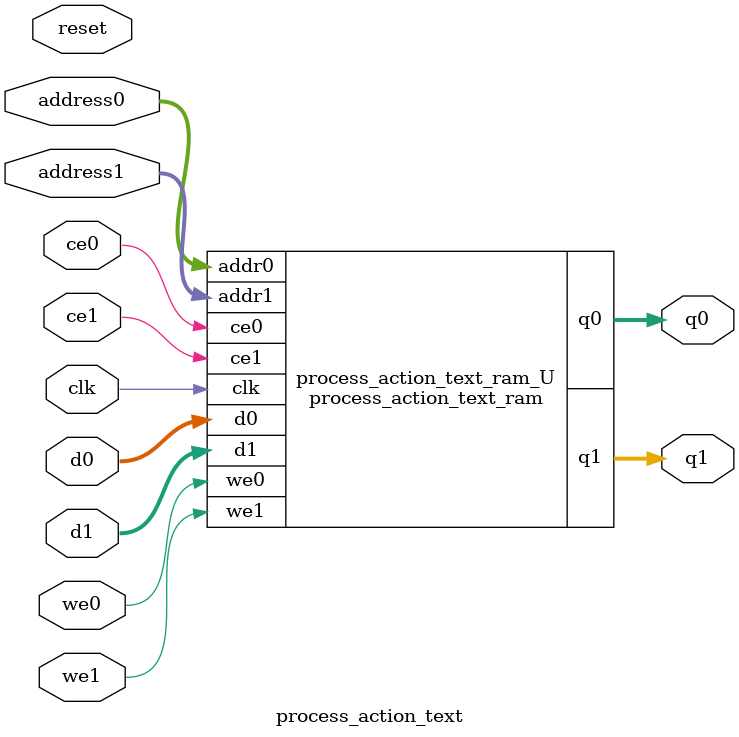
<source format=v>
`timescale 1 ns / 1 ps
module process_action_text_ram (addr0, ce0, d0, we0, q0, addr1, ce1, d1, we1, q1,  clk);

parameter DWIDTH = 8;
parameter AWIDTH = 7;
parameter MEM_SIZE = 128;

input[AWIDTH-1:0] addr0;
input ce0;
input[DWIDTH-1:0] d0;
input we0;
output reg[DWIDTH-1:0] q0;
input[AWIDTH-1:0] addr1;
input ce1;
input[DWIDTH-1:0] d1;
input we1;
output reg[DWIDTH-1:0] q1;
input clk;

(* ram_style = "block" *)reg [DWIDTH-1:0] ram[0:MEM_SIZE-1];




always @(posedge clk)  
begin 
    if (ce0) begin
        if (we0) 
            ram[addr0] <= d0; 
        q0 <= ram[addr0];
    end
end


always @(posedge clk)  
begin 
    if (ce1) begin
        if (we1) 
            ram[addr1] <= d1; 
        q1 <= ram[addr1];
    end
end


endmodule

`timescale 1 ns / 1 ps
module process_action_text(
    reset,
    clk,
    address0,
    ce0,
    we0,
    d0,
    q0,
    address1,
    ce1,
    we1,
    d1,
    q1);

parameter DataWidth = 32'd8;
parameter AddressRange = 32'd128;
parameter AddressWidth = 32'd7;
input reset;
input clk;
input[AddressWidth - 1:0] address0;
input ce0;
input we0;
input[DataWidth - 1:0] d0;
output[DataWidth - 1:0] q0;
input[AddressWidth - 1:0] address1;
input ce1;
input we1;
input[DataWidth - 1:0] d1;
output[DataWidth - 1:0] q1;



process_action_text_ram process_action_text_ram_U(
    .clk( clk ),
    .addr0( address0 ),
    .ce0( ce0 ),
    .we0( we0 ),
    .d0( d0 ),
    .q0( q0 ),
    .addr1( address1 ),
    .ce1( ce1 ),
    .we1( we1 ),
    .d1( d1 ),
    .q1( q1 ));

endmodule


</source>
